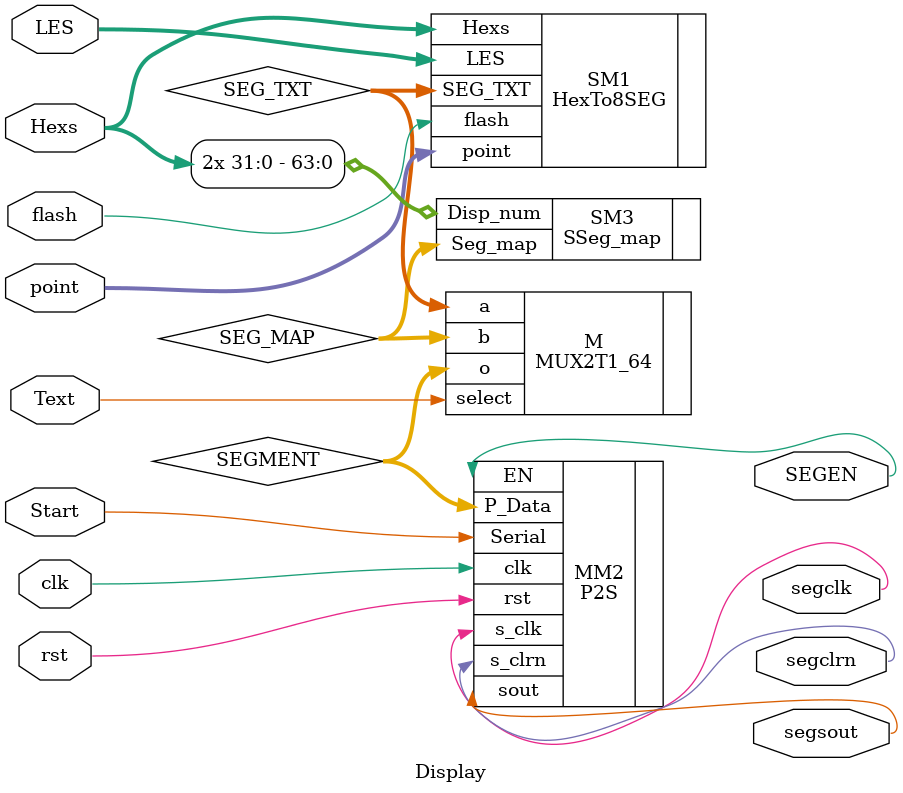
<source format=v>
`timescale 1ns / 1ps


module Display(
		input clk, 
		input rst, 
      input Start, 
      input Text,
      input flash,
      input [31:0]Hexs,
      input [7:0]point, 		
      input [7:0]LES,  			
      output segclk, 
      output segclrn, 
      output SEGEN, 
      output segsout);
		
		wire [63:0]SEG_TXT,SEG_MAP,SEGMENT;
	
		P2S MM2 (.clk(clk), .rst(rst), .Serial(Start), .P_Data(SEGMENT), .s_clk(segclk), .sout(segsout),
				.EN(SEGEN), .s_clrn(segclrn));
				
		HexTo8SEG  SM1(.flash(flash),.LES(LES),.point(point),.Hexs(Hexs),.SEG_TXT(SEG_TXT));
		
		SSeg_map	SM3 (.Disp_num({Hexs[31:0],Hexs[31:0]}), .Seg_map(SEG_MAP));
	
		MUX2T1_64	M (.a(SEG_TXT), .b(SEG_MAP), .select(Text), .o(SEGMENT));	
   
   
endmodule

</source>
